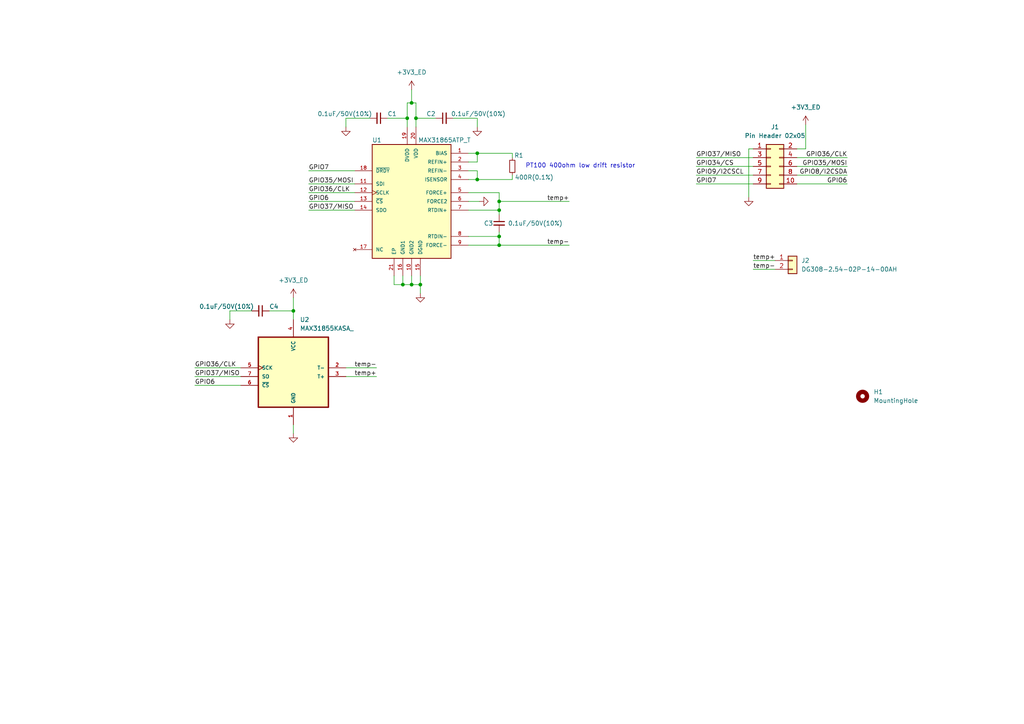
<source format=kicad_sch>
(kicad_sch (version 20211123) (generator eeschema)
  (paper "A4")
  (title_block (title "TempSens Board") (date "2023-12-29") (rev "0.1") (company "Wojciech Majnert"))
  (lib_symbols
    (symbol "+3V3_ED_1" (power) (in_bom no) (on_board no)
      (property "Value" "+3V3_ED_1" (at 0 5.08 0))
      (symbol "+3V3_ED_1_0_1"
        (polyline (pts (xy -0.762 1.27) (xy 0 2.54)))
        (polyline (pts (xy 0 0) (xy 0 2.54)))
        (polyline (pts (xy 0 2.54) (xy 0.762 1.27)))
      )
      (symbol "+3V3_ED_1_1_1"
        (pin power_in line (at 0 0 90) (length 0) hide (name "+3V3_ED") (number "1"))
      )
    )
    (symbol "Connector_Generic:Conn_01x02" (pin_names (offset 1.016) hide)
      (property "Reference" "J" (at 0 2.54 0))
      (property "Value" "Conn_01x02" (at 0 -5.08 0))
      (symbol "Conn_01x02_1_1"
        (rectangle (start -1.27 -2.413) (end 0 -2.667) (stroke (width 0.1524)))
        (rectangle (start -1.27 0.127) (end 0 -0.127) (stroke (width 0.1524)))
        (rectangle (start -1.27 1.27) (end 1.27 -3.81) (stroke (width 0.254)) (fill (type background)))
        (pin passive line (at -5.08 0 0) (length 3.81) (name "Pin_1") (number "1"))
        (pin passive line (at -5.08 -2.54 0) (length 3.81) (name "Pin_2") (number "2"))
      )
    )
    (symbol "Connector_Generic:Conn_02x05_Odd_Even" (pin_names (offset 1.016) hide)
      (property "Reference" "J" (at 1.27 7.62 0))
      (property "Value" "Conn_02x05_Odd_Even" (at 1.27 -7.62 0))
      (symbol "Conn_02x05_Odd_Even_1_1"
        (rectangle (start -1.27 -4.953) (end 0 -5.207) (stroke (width 0.1524)))
        (rectangle (start -1.27 -2.413) (end 0 -2.667) (stroke (width 0.1524)))
        (rectangle (start -1.27 0.127) (end 0 -0.127) (stroke (width 0.1524)))
        (rectangle (start -1.27 2.667) (end 0 2.413) (stroke (width 0.1524)))
        (rectangle (start -1.27 5.207) (end 0 4.953) (stroke (width 0.1524)))
        (rectangle (start -1.27 6.35) (end 3.81 -6.35) (stroke (width 0.254)) (fill (type background)))
        (rectangle (start 3.81 -4.953) (end 2.54 -5.207) (stroke (width 0.1524)))
        (rectangle (start 3.81 -2.413) (end 2.54 -2.667) (stroke (width 0.1524)))
        (rectangle (start 3.81 0.127) (end 2.54 -0.127) (stroke (width 0.1524)))
        (rectangle (start 3.81 2.667) (end 2.54 2.413) (stroke (width 0.1524)))
        (rectangle (start 3.81 5.207) (end 2.54 4.953) (stroke (width 0.1524)))
        (pin passive line (at -5.08 5.08 0) (length 3.81) (name "Pin_1") (number "1"))
        (pin passive line (at 7.62 -5.08 180) (length 3.81) (name "Pin_10") (number "10"))
        (pin passive line (at 7.62 5.08 180) (length 3.81) (name "Pin_2") (number "2"))
        (pin passive line (at -5.08 2.54 0) (length 3.81) (name "Pin_3") (number "3"))
        (pin passive line (at 7.62 2.54 180) (length 3.81) (name "Pin_4") (number "4"))
        (pin passive line (at -5.08 0 0) (length 3.81) (name "Pin_5") (number "5"))
        (pin passive line (at 7.62 0 180) (length 3.81) (name "Pin_6") (number "6"))
        (pin passive line (at -5.08 -2.54 0) (length 3.81) (name "Pin_7") (number "7"))
        (pin passive line (at 7.62 -2.54 180) (length 3.81) (name "Pin_8") (number "8"))
        (pin passive line (at -5.08 -5.08 0) (length 3.81) (name "Pin_9") (number "9"))
      )
    )
    (symbol "Device:C_Small" (pin_numbers hide) (pin_names (offset 0.254) hide)
      (property "Reference" "C" (at 0.254 1.778 0))
      (property "Value" "C_Small" (at 0.254 -2.032 0))
      (symbol "C_Small_0_1"
        (polyline (pts (xy -1.524 -0.508) (xy 1.524 -0.508)) (stroke (width 0.3302)))
        (polyline (pts (xy -1.524 0.508) (xy 1.524 0.508)) (stroke (width 0.3048)))
      )
      (symbol "C_Small_1_1"
        (pin passive line (at 0 2.54 270) (length 2.032) (name "~") (number "1"))
        (pin passive line (at 0 -2.54 90) (length 2.032) (name "~") (number "2"))
      )
    )
    (symbol "Device:R_Small" (pin_numbers hide) (pin_names (offset 0.254) hide)
      (property "Reference" "R" (at 0.762 0.508 0))
      (property "Value" "R_Small" (at 0.762 -1.016 0))
      (symbol "R_Small_0_1"
        (rectangle (start -0.762 1.778) (end 0.762 -1.778) (stroke (width 0.2032)))
      )
      (symbol "R_Small_1_1"
        (pin passive line (at 0 2.54 270) (length 0.762) (name "~") (number "1"))
        (pin passive line (at 0 -2.54 90) (length 0.762) (name "~") (number "2"))
      )
    )
    (symbol "MAX31855KASA_:MAX31855KASA_" (pin_names (offset 1.016))
      (property "Reference" "U" (at -10.16 10.16 0))
      (property "Value" "MAX31855KASA_" (at 1.27 -13.97 0))
      (symbol "MAX31855KASA__0_0"
        (rectangle (start -10.16 8.89) (end 10.16 -11.43) (stroke (width 0.41)) (fill (type background)))
        (pin power_in line (at 0 -16.51 90) (length 5.08) (name "GND") (number "1"))
        (pin input line (at 15.24 0 180) (length 5.08) (name "T-") (number "2"))
        (pin input line (at 15.24 -2.54 180) (length 5.08) (name "T+") (number "3"))
        (pin power_in line (at 0 13.97 270) (length 5.08) (name "VCC") (number "4"))
        (pin input clock (at -15.24 0 0) (length 5.08) (name "SCK") (number "5"))
        (pin input line (at -15.24 -5.08 0) (length 5.08) (name "~{CS}") (number "6"))
        (pin output line (at -15.24 -2.54 0) (length 5.08) (name "SO") (number "7"))
      )
    )
    (symbol "MAX31865ATP_T:MAX31865ATP_T" (pin_names (offset 1.016))
      (property "Reference" "U" (at -11.43 7.62 0))
      (property "Value" "MAX31865ATP_T" (at 5.08 -27.94 0))
      (symbol "MAX31865ATP_T_0_0"
        (rectangle (start -11.43 6.35) (end 11.43 -26.67) (stroke (width 0.254)) (fill (type background)))
        (pin output line (at 16.51 3.81 180) (length 5.08) (name "BIAS") (number "1"))
        (pin power_in line (at 0 -31.75 90) (length 5.08) (name "GND2") (number "10"))
        (pin input line (at -16.51 -5.08 0) (length 5.08) (name "SDI") (number "11"))
        (pin input clock (at -16.51 -7.62 0) (length 5.08) (name "SCLK") (number "12"))
        (pin input line (at -16.51 -10.16 0) (length 5.08) (name "~{CS}") (number "13"))
        (pin output line (at -16.51 -12.7 0) (length 5.08) (name "SDO") (number "14"))
        (pin power_in line (at 2.54 -31.75 90) (length 5.08) (name "DGND") (number "15"))
        (pin power_in line (at -2.54 -31.75 90) (length 5.08) (name "GND1") (number "16"))
        (pin no_connect line (at -16.51 -24.13 0) (length 5.08) (name "NC") (number "17"))
        (pin output line (at -16.51 -1.27 0) (length 5.08) (name "~{DRDY}") (number "18"))
        (pin power_in line (at -1.27 11.43 270) (length 5.08) (name "DVDD") (number "19"))
        (pin input line (at 16.51 1.27 180) (length 5.08) (name "REFIN+") (number "2"))
        (pin power_in line (at 1.27 11.43 270) (length 5.08) (name "VDD") (number "20"))
        (pin power_in line (at -5.08 -31.75 90) (length 5.08) (name "EP") (number "21"))
        (pin input line (at 16.51 -1.27 180) (length 5.08) (name "REFIN-") (number "3"))
        (pin input line (at 16.51 -3.81 180) (length 5.08) (name "ISENSOR") (number "4"))
        (pin output line (at 16.51 -7.62 180) (length 5.08) (name "FORCE+") (number "5"))
        (pin input line (at 16.51 -10.16 180) (length 5.08) (name "FORCE2") (number "6"))
        (pin input line (at 16.51 -12.7 180) (length 5.08) (name "RTDIN+") (number "7"))
        (pin input line (at 16.51 -20.32 180) (length 5.08) (name "RTDIN-") (number "8"))
        (pin input line (at 16.51 -22.86 180) (length 5.08) (name "FORCE-") (number "9"))
      )
    )
    (symbol "Mechanical:MountingHole" (pin_names (offset 1.016))
      (property "Reference" "H" (at 0 5.08 0))
      (property "Value" "MountingHole" (at 0 3.175 0))
      (symbol "MountingHole_0_1"
        (circle (center 0 0) (radius 1.27) (stroke (width 1.27)))
      )
    )
    (symbol "power:GND" (power) (pin_names (offset 0))
      (property "Value" "GND" (at 0 -3.81 0))
      (symbol "GND_0_1"
        (polyline (pts (xy 0 0) (xy 0 -1.27) (xy 1.27 -1.27) (xy 0 -2.54) (xy -1.27 -1.27) (xy 0 -1.27)))
      )
      (symbol "GND_1_1"
        (pin power_in line (at 0 0 270) (length 0) hide (name "GND") (number "1"))
      )
    )
  )
  (junction (at 85.09 90.17))
  (junction (at 119.38 82.55))
  (junction (at 138.43 44.45))
  (junction (at 144.78 68.58))
  (junction (at 121.92 82.55))
  (junction (at 120.65 34.29))
  (junction (at 116.84 82.55))
  (junction (at 119.38 29.845))
  (junction (at 144.78 58.42))
  (junction (at 138.43 52.07))
  (junction (at 144.78 60.96))
  (junction (at 144.78 71.12))
  (junction (at 118.11 34.29))
  (wire (pts (xy 89.535 60.96) (xy 102.87 60.96)))
  (wire (pts (xy 148.59 52.07) (xy 148.59 50.8)))
  (wire (pts (xy 135.89 49.53) (xy 138.43 49.53)))
  (wire (pts (xy 135.89 44.45) (xy 138.43 44.45)))
  (wire (pts (xy 201.93 50.8) (xy 218.44 50.8)))
  (wire (pts (xy 56.515 111.76) (xy 69.85 111.76)))
  (wire (pts (xy 218.44 75.565) (xy 224.79 75.565)))
  (wire (pts (xy 144.78 67.31) (xy 144.78 68.58)))
  (wire (pts (xy 56.515 106.68) (xy 69.85 106.68)))
  (wire (pts (xy 233.68 36.195) (xy 233.68 43.18)))
  (wire (pts (xy 138.43 52.07) (xy 148.59 52.07)))
  (wire (pts (xy 138.43 44.45) (xy 138.43 46.99)))
  (wire (pts (xy 139.065 58.42) (xy 135.89 58.42)))
  (wire (pts (xy 100.33 34.29) (xy 100.33 36.83)))
  (wire (pts (xy 66.675 90.17) (xy 66.675 92.71)))
  (wire (pts (xy 89.535 53.34) (xy 102.87 53.34)))
  (wire (pts (xy 119.38 82.55) (xy 121.92 82.55)))
  (wire (pts (xy 114.3 82.55) (xy 116.84 82.55)))
  (wire (pts (xy 89.535 58.42) (xy 102.87 58.42)))
  (wire (pts (xy 100.33 106.68) (xy 109.22 106.68)))
  (wire (pts (xy 218.44 43.18) (xy 217.17 43.18)))
  (wire (pts (xy 100.33 109.22) (xy 109.22 109.22)))
  (wire (pts (xy 231.14 43.18) (xy 233.68 43.18)))
  (wire (pts (xy 135.89 52.07) (xy 138.43 52.07)))
  (wire (pts (xy 148.59 44.45) (xy 148.59 45.72)))
  (wire (pts (xy 107.315 34.29) (xy 100.33 34.29)))
  (wire (pts (xy 56.515 109.22) (xy 69.85 109.22)))
  (wire (pts (xy 119.38 82.55) (xy 116.84 82.55)))
  (wire (pts (xy 138.43 49.53) (xy 138.43 52.07)))
  (wire (pts (xy 231.14 45.72) (xy 245.745 45.72)))
  (wire (pts (xy 138.43 44.45) (xy 148.59 44.45)))
  (wire (pts (xy 121.92 85.09) (xy 121.92 82.55)))
  (wire (pts (xy 231.14 48.26) (xy 245.745 48.26)))
  (wire (pts (xy 85.09 125.73) (xy 85.09 123.19)))
  (wire (pts (xy 118.11 29.845) (xy 118.11 34.29)))
  (wire (pts (xy 119.38 80.01) (xy 119.38 82.55)))
  (wire (pts (xy 144.78 58.42) (xy 165.1 58.42)))
  (wire (pts (xy 112.395 34.29) (xy 118.11 34.29)))
  (wire (pts (xy 135.89 55.88) (xy 144.78 55.88)))
  (wire (pts (xy 114.3 80.01) (xy 114.3 82.55)))
  (wire (pts (xy 144.78 68.58) (xy 144.78 71.12)))
  (wire (pts (xy 144.78 60.96) (xy 144.78 62.23)))
  (wire (pts (xy 119.38 29.845) (xy 120.65 29.845)))
  (wire (pts (xy 231.14 50.8) (xy 245.745 50.8)))
  (wire (pts (xy 119.38 29.845) (xy 118.11 29.845)))
  (wire (pts (xy 131.445 34.29) (xy 138.43 34.29)))
  (wire (pts (xy 85.09 86.36) (xy 85.09 90.17)))
  (wire (pts (xy 135.89 71.12) (xy 144.78 71.12)))
  (wire (pts (xy 119.38 26.035) (xy 119.38 29.845)))
  (wire (pts (xy 201.93 45.72) (xy 218.44 45.72)))
  (wire (pts (xy 135.89 46.99) (xy 138.43 46.99)))
  (wire (pts (xy 201.93 53.34) (xy 218.44 53.34)))
  (wire (pts (xy 120.65 36.83) (xy 120.65 34.29)))
  (wire (pts (xy 89.535 49.53) (xy 102.87 49.53)))
  (wire (pts (xy 89.535 55.88) (xy 102.87 55.88)))
  (wire (pts (xy 144.78 71.12) (xy 165.1 71.12)))
  (wire (pts (xy 231.14 53.34) (xy 245.745 53.34)))
  (wire (pts (xy 85.09 92.71) (xy 85.09 90.17)))
  (wire (pts (xy 217.17 43.18) (xy 217.17 57.15)))
  (wire (pts (xy 73.025 90.17) (xy 66.675 90.17)))
  (wire (pts (xy 135.89 60.96) (xy 144.78 60.96)))
  (wire (pts (xy 138.43 34.29) (xy 138.43 36.83)))
  (wire (pts (xy 120.65 29.845) (xy 120.65 34.29)))
  (wire (pts (xy 144.78 55.88) (xy 144.78 58.42)))
  (wire (pts (xy 126.365 34.29) (xy 120.65 34.29)))
  (wire (pts (xy 144.78 58.42) (xy 144.78 60.96)))
  (wire (pts (xy 116.84 80.01) (xy 116.84 82.55)))
  (wire (pts (xy 201.93 48.26) (xy 218.44 48.26)))
  (wire (pts (xy 78.105 90.17) (xy 85.09 90.17)))
  (wire (pts (xy 218.44 78.105) (xy 224.79 78.105)))
  (wire (pts (xy 144.78 68.58) (xy 135.89 68.58)))
  (wire (pts (xy 118.11 36.83) (xy 118.11 34.29)))
  (wire (pts (xy 121.92 80.01) (xy 121.92 82.55)))
  (text "PT100 400ohm low drift resistor" (at 152.4 48.895 0) (effects (font (size 1.27 1.27)) (justify left bottom)))
  (label "GPIO7" (at 89.535 49.53 0))
  (label "temp+" (at 218.44 75.565 0))
  (label "GPIO6" (at 56.515 111.76 0))
  (label "GPIO37{slash}MISO" (at 89.535 60.96 0))
  (label "GPIO9{slash}I2CSCL" (at 201.93 50.8 0))
  (label "GPIO36{slash}CLK" (at 56.515 106.68 0))
  (label "GPIO36{slash}CLK" (at 89.535 55.88 0))
  (label "GPIO34{slash}CS" (at 201.93 48.26 0))
  (label "GPIO35{slash}MOSI" (at 89.535 53.34 0))
  (label "GPIO37{slash}MISO" (at 201.93 45.72 0))
  (label "GPIO7" (at 201.93 53.34 0))
  (label "temp+" (at 165.1 58.42 180))
  (label "GPIO6" (at 89.535 58.42 0))
  (label "GPIO37{slash}MISO" (at 56.515 109.22 0))
  (label "temp-" (at 165.1 71.12 180))
  (label "GPIO36{slash}CLK" (at 245.745 45.72 180))
  (label "GPIO35{slash}MOSI" (at 245.745 48.26 180))
  (label "temp+" (at 109.22 109.22 180))
  (label "GPIO8{slash}I2CSDA" (at 245.745 50.8 180))
  (label "GPIO6" (at 245.745 53.34 180))
  (label "temp-" (at 218.44 78.105 0))
  (label "temp-" (at 109.22 106.68 180))
  (symbol (lib_id "MAX31865ATP_T:MAX31865ATP_T") (at 119.38 48.26 0) (unit 1)
    (property "Reference" "U1" (at 107.95 40.64 0) (effects (justify left)))
    (property "Value" "MAX31865ATP_T" (at 121.285 40.64 0) (effects (justify left)))
    (property "Footprint" "MAX31865ATP_T:QFN65P500X500X80-21N" (effects hide))
    (property "MF" "Analog Devices" (effects hide))
    (property "MAXIMUM_PACKAGE_HEIGHT" "0.8 mm" (effects hide))
    (property "Package" "QFN-20 Maxim" (effects hide))
    (property "Price" "None" (effects hide))
    (property "Check_prices" "https://www.snapeda.com/parts/MAX31865ATP+T/Analog+Devices/view-part/?ref=eda" (effects hide))
    (property "STANDARD" "IPC 7351B" (effects hide))
    (property "PARTREV" "3" (effects hide))
    (property "SnapEDA_Link" "https://www.snapeda.com/parts/MAX31865ATP+T/Analog+Devices/view-part/?ref=snap" (effects hide))
    (property "MP" "MAX31865ATP+T" (effects hide))
    (property "Purchase-URL" "https://www.snapeda.com/api/url_track_click_mouser/?unipart_id=47355&manufacturer=Analog Devices&part_name=MAX31865ATP+T&search_term=None" (effects hide))
    (property "Description" "\nRTD-to-Digital Converter\n" (effects hide))
    (property "Availability" "In Stock" (effects hide))
    (property "MANUFACTURER" "Maxim Integrated" (effects hide))
  )
  (symbol (lib_name "+3V3_ED_1") (lib_id "POWER:+3V3_ED") (at 85.09 86.36 0) (unit 1) (in_bom no) (on_board no)
    (property "Reference" "#PWR0105" (effects hide))
    (property "Value" "+3V3_ED" (at 85.09 81.28 0))
  )
  (symbol (lib_id "power:GND") (at 138.43 36.83 0) (unit 1)
    (property "Reference" "#PWR0104" (effects hide))
    (property "Value" "GND" (effects hide))
  )
  (symbol (lib_id "power:GND") (at 121.92 85.09 0) (unit 1)
    (property "Reference" "#PWR02" (effects hide))
    (property "Value" "GND" (effects hide))
  )
  (symbol (lib_id "MAX31855KASA_:MAX31855KASA_") (at 85.09 106.68 0) (unit 1)
    (property "Reference" "U2" (at 86.9697 92.71 0) (effects (justify left)))
    (property "Value" "MAX31855KASA_" (at 86.9697 95.25 0) (effects (justify left)))
    (property "Footprint" "MAX31855KASA_:SOIC127P600X175-8N" (effects hide))
    (property "MF" "Maxim Integrated Products" (effects hide))
    (property "DESCRIPTION" "Temperature sensor; -270÷1768°C; SO8; SMD; 3÷3.6VDC; 900uA; 5MHz" (effects hide))
    (property "PACKAGE" "SOIC-8 Maxim" (effects hide))
    (property "PRICE" "None" (effects hide))
    (property "Package" "None" (effects hide))
    (property "Check_prices" "https://www.snapeda.com/parts/MAX31855KASA+/Analog+Devices/view-part/?ref=eda" (effects hide))
    (property "Price" "None" (effects hide))
    (property "SnapEDA_Link" "https://www.snapeda.com/parts/MAX31855KASA+/Analog+Devices/view-part/?ref=snap" (effects hide))
    (property "MP" "MAX31855KASA+" (effects hide))
    (property "Availability" "In Stock" (effects hide))
    (property "AVAILABILITY" "Unavailable" (effects hide))
    (property "Description" "\nTemp Sensor Digital Serial (SPI) 8-Pin SOIC N Tube\n" (effects hide))
  )
  (symbol (lib_id "Mechanical:MountingHole") (at 250.19 114.935 0) (unit 1)
    (property "Reference" "H1" (at 253.365 113.6649 0) (effects (justify left)))
    (property "Value" "MountingHole" (at 253.365 116.2049 0) (effects (justify left)))
    (property "Footprint" "MountingHole:MountingHole_2.7mm_M2.5" (effects hide))
  )
  (symbol (lib_id "Connector_Generic:Conn_01x02") (at 229.87 75.565 0) (unit 1)
    (property "Reference" "J2" (at 232.41 75.5649 0) (effects (justify left)))
    (property "Value" "DG308-2.54-02P-14-00AH" (at 232.41 78.1049 0) (effects (justify left)))
    (property "Footprint" "Connector_Molex:Molex_KK-254_AE-6410-02A_1x02_P2.54mm_Vertical" (effects hide))
  )
  (symbol (lib_name "+3V3_ED_1") (lib_id "POWER:+3V3_ED") (at 233.68 36.195 0) (unit 1) (in_bom no) (on_board no)
    (property "Reference" "#PWR0101" (effects hide))
    (property "Value" "+3V3_ED" (at 233.68 31.115 0))
  )
  (symbol (lib_id "power:GND") (at 100.33 36.83 0) (mirror y) (unit 1)
    (property "Reference" "#PWR0103" (effects hide))
    (property "Value" "GND" (effects hide))
  )
  (symbol (lib_id "Device:R_Small") (at 148.59 48.26 0) (unit 1)
    (property "Reference" "R1" (at 150.495 45.085 0))
    (property "Value" "400R(0.1%)" (at 154.94 51.435 0))
    (property "Footprint" "Resistor_SMD:R_0805_2012Metric" (effects hide))
  )
  (symbol (lib_id "Device:C_Small") (at 75.565 90.17 270) (unit 1)
    (property "Reference" "C4" (at 78.105 88.9 90) (effects (justify left)))
    (property "Value" "0.1uF/50V(10%)" (at 57.785 88.9 90) (effects (justify left)))
    (property "Footprint" "Capacitor_SMD:C_0805_2012Metric" (effects hide))
  )
  (symbol (lib_id "power:GND") (at 217.17 57.15 0) (unit 1)
    (property "Reference" "#PWR0102" (effects hide))
    (property "Value" "GND" (effects hide))
  )
  (symbol (lib_id "Connector_Generic:Conn_02x05_Odd_Even") (at 223.52 48.26 0) (unit 1)
    (property "Reference" "J1" (at 224.79 36.83 0))
    (property "Value" "Pin Header 02x05" (at 224.79 39.37 0))
    (property "Footprint" "Connector_PinHeader_2.54mm:PinHeader_2x05_P2.54mm_Vertical" (effects hide))
  )
  (symbol (lib_id "power:GND") (at 85.09 125.73 0) (mirror y) (unit 1)
    (property "Reference" "#PWR04" (effects hide))
    (property "Value" "GND" (effects hide))
  )
  (symbol (lib_id "power:GND") (at 66.675 92.71 0) (mirror y) (unit 1)
    (property "Reference" "#PWR03" (effects hide))
    (property "Value" "GND" (effects hide))
  )
  (symbol (lib_id "Device:C_Small") (at 144.78 64.77 0) (unit 1)
    (property "Reference" "C3" (at 140.335 64.77 0) (effects (justify left)))
    (property "Value" "0.1uF/50V(10%)" (at 147.32 64.77 0) (effects (justify left)))
    (property "Footprint" "Capacitor_SMD:C_0805_2012Metric" (effects hide))
  )
  (symbol (lib_id "Device:C_Small") (at 128.905 34.29 90) (mirror x) (unit 1)
    (property "Reference" "C2" (at 126.365 33.02 90) (effects (justify left)))
    (property "Value" "0.1uF/50V(10%)" (at 146.685 33.02 90) (effects (justify left)))
    (property "Footprint" "Capacitor_SMD:C_0805_2012Metric" (effects hide))
  )
  (symbol (lib_id "Device:C_Small") (at 109.855 34.29 270) (unit 1)
    (property "Reference" "C1" (at 112.395 33.02 90) (effects (justify left)))
    (property "Value" "0.1uF/50V(10%)" (at 92.075 33.02 90) (effects (justify left)))
    (property "Footprint" "Capacitor_SMD:C_0805_2012Metric" (effects hide))
  )
  (symbol (lib_id "power:GND") (at 139.065 58.42 90) (unit 1)
    (property "Reference" "#PWR01" (effects hide))
    (property "Value" "GND" (effects hide))
  )
  (symbol (lib_name "+3V3_ED_1") (lib_id "POWER:+3V3_ED") (at 119.38 26.035 0) (unit 1) (in_bom no) (on_board no)
    (property "Reference" "#PWR0106" (effects hide))
    (property "Value" "+3V3_ED" (at 119.38 20.955 0))
  )
)
</source>
